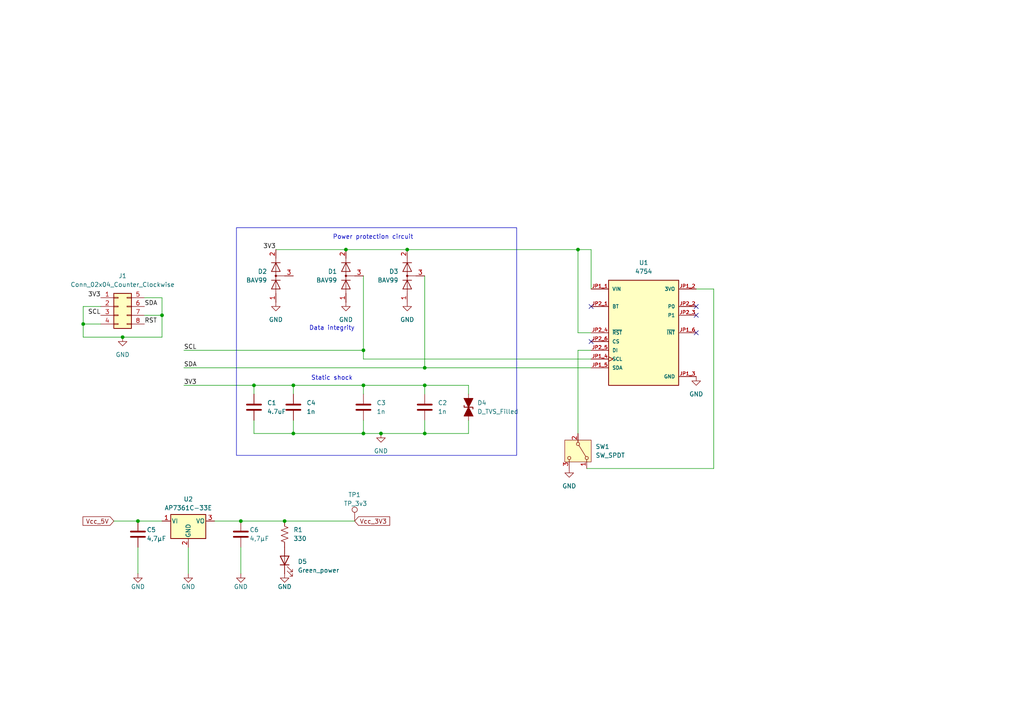
<source format=kicad_sch>
(kicad_sch (version 20231120) (generator "eeschema") (generator_version "8.0")
  (paper "A4")
  (lib_symbols
    (symbol "4754:4754" (pin_names (offset 1.016))
      (property "Reference" "U" (at -10.16 16.002 0))
      (property "Value" "4754" (at -10.16 -17.78 0))
      (symbol "4754_0_0"
        (rectangle (start -10.16 -15.24) (end 10.16 15.24) (stroke (width 0.254)) (fill (type background)))
        (pin input line (at -15.24 12.7 0) (length 5.08) (name "VIN") (number "JP1_1"))
        (pin output line (at 15.24 12.7 180) (length 5.08) (name "3VO") (number "JP1_2"))
        (pin power_in line (at 15.24 -12.7 180) (length 5.08) (name "GND") (number "JP1_3"))
        (pin bidirectional clock (at -15.24 -7.62 0) (length 5.08) (name "SCL") (number "JP1_4"))
        (pin bidirectional line (at -15.24 -10.16 0) (length 5.08) (name "SDA") (number "JP1_5"))
        (pin output line (at 15.24 0 180) (length 5.08) (name "~{INT}") (number "JP1_6"))
        (pin input line (at -15.24 7.62 0) (length 5.08) (name "BT") (number "JP2_1"))
        (pin bidirectional line (at 15.24 7.62 180) (length 5.08) (name "P0") (number "JP2_2"))
        (pin bidirectional line (at 15.24 5.08 180) (length 5.08) (name "P1") (number "JP2_3"))
        (pin input line (at -15.24 0 0) (length 5.08) (name "~{RST}") (number "JP2_4"))
        (pin input line (at -15.24 -5.08 0) (length 5.08) (name "DI") (number "JP2_5"))
        (pin input line (at -15.24 -2.54 0) (length 5.08) (name "CS") (number "JP2_6"))
      )
    )
    (symbol "Connector:TestPoint" (pin_numbers hide) (pin_names (offset 0.762) hide)
      (property "Reference" "TP" (at 0 6.858 0))
      (property "Value" "TestPoint" (at 0 5.08 0))
      (symbol "TestPoint_0_1"
        (circle (center 0 3.302) (radius 0.762))
      )
      (symbol "TestPoint_1_1"
        (pin passive line (at 0 0 90) (length 2.54) (name "1") (number "1"))
      )
    )
    (symbol "Connector_Generic:Conn_02x04_Top_Bottom" (pin_names (offset 1.016) hide)
      (property "Reference" "J" (at 1.27 5.08 0))
      (property "Value" "Conn_02x04_Top_Bottom" (at 1.27 -7.62 0))
      (symbol "Conn_02x04_Top_Bottom_1_1"
        (rectangle (start -1.27 -4.953) (end 0 -5.207) (stroke (width 0.1524)))
        (rectangle (start -1.27 -2.413) (end 0 -2.667) (stroke (width 0.1524)))
        (rectangle (start -1.27 0.127) (end 0 -0.127) (stroke (width 0.1524)))
        (rectangle (start -1.27 2.667) (end 0 2.413) (stroke (width 0.1524)))
        (rectangle (start -1.27 3.81) (end 3.81 -6.35) (stroke (width 0.254)) (fill (type background)))
        (rectangle (start 3.81 -4.953) (end 2.54 -5.207) (stroke (width 0.1524)))
        (rectangle (start 3.81 -2.413) (end 2.54 -2.667) (stroke (width 0.1524)))
        (rectangle (start 3.81 0.127) (end 2.54 -0.127) (stroke (width 0.1524)))
        (rectangle (start 3.81 2.667) (end 2.54 2.413) (stroke (width 0.1524)))
        (pin passive line (at -5.08 2.54 0) (length 3.81) (name "Pin_1") (number "1"))
        (pin passive line (at -5.08 0 0) (length 3.81) (name "Pin_2") (number "2"))
        (pin passive line (at -5.08 -2.54 0) (length 3.81) (name "Pin_3") (number "3"))
        (pin passive line (at -5.08 -5.08 0) (length 3.81) (name "Pin_4") (number "4"))
        (pin passive line (at 7.62 2.54 180) (length 3.81) (name "Pin_5") (number "5"))
        (pin passive line (at 7.62 0 180) (length 3.81) (name "Pin_6") (number "6"))
        (pin passive line (at 7.62 -2.54 180) (length 3.81) (name "Pin_7") (number "7"))
        (pin passive line (at 7.62 -5.08 180) (length 3.81) (name "Pin_8") (number "8"))
      )
    )
    (symbol "Device:C" (pin_numbers hide) (pin_names (offset 0.254))
      (property "Reference" "C" (at 0.635 2.54 0))
      (property "Value" "C" (at 0.635 -2.54 0))
      (symbol "C_0_1"
        (polyline (pts (xy -2.032 -0.762) (xy 2.032 -0.762)) (stroke (width 0.508)))
        (polyline (pts (xy -2.032 0.762) (xy 2.032 0.762)) (stroke (width 0.508)))
      )
      (symbol "C_1_1"
        (pin passive line (at 0 3.81 270) (length 2.794) (name "~") (number "1"))
        (pin passive line (at 0 -3.81 90) (length 2.794) (name "~") (number "2"))
      )
    )
    (symbol "Device:D_TVS_Filled" (pin_numbers hide) (pin_names (offset 1.016) hide)
      (property "Reference" "D" (at 0 2.54 0))
      (property "Value" "D_TVS_Filled" (at 0 -2.54 0))
      (symbol "D_TVS_Filled_0_1"
        (polyline (pts (xy 1.27 0) (xy -1.27 0)))
        (polyline (pts (xy -2.54 -1.27) (xy 0 0) (xy -2.54 1.27) (xy -2.54 -1.27)) (stroke (width 0.254)) (fill (type outline)))
        (polyline (pts (xy 0.508 1.27) (xy 0 1.27) (xy 0 -1.27) (xy -0.508 -1.27)) (stroke (width 0.254)))
        (polyline (pts (xy 2.54 1.27) (xy 2.54 -1.27) (xy 0 0) (xy 2.54 1.27)) (stroke (width 0.254)) (fill (type outline)))
      )
      (symbol "D_TVS_Filled_1_1"
        (pin passive line (at -3.81 0 0) (length 2.54) (name "A1") (number "1"))
        (pin passive line (at 3.81 0 180) (length 2.54) (name "A2") (number "2"))
      )
    )
    (symbol "Device:LED" (pin_numbers hide) (pin_names (offset 1.016) hide)
      (property "Reference" "D" (at 0 2.54 0))
      (property "Value" "LED" (at 0 -2.54 0))
      (symbol "LED_0_1"
        (polyline (pts (xy -1.27 -1.27) (xy -1.27 1.27)) (stroke (width 0.254)))
        (polyline (pts (xy -1.27 0) (xy 1.27 0)))
        (polyline (pts (xy 1.27 -1.27) (xy 1.27 1.27) (xy -1.27 0) (xy 1.27 -1.27)) (stroke (width 0.254)))
        (polyline (pts (xy -3.048 -0.762) (xy -4.572 -2.286) (xy -3.81 -2.286) (xy -4.572 -2.286) (xy -4.572 -1.524)))
        (polyline (pts (xy -1.778 -0.762) (xy -3.302 -2.286) (xy -2.54 -2.286) (xy -3.302 -2.286) (xy -3.302 -1.524)))
      )
      (symbol "LED_1_1"
        (pin passive line (at -3.81 0 0) (length 2.54) (name "K") (number "1"))
        (pin passive line (at 3.81 0 180) (length 2.54) (name "A") (number "2"))
      )
    )
    (symbol "Device:R_US" (pin_numbers hide) (pin_names (offset 0))
      (property "Reference" "R" (at 2.54 0 90))
      (property "Value" "R_US" (at -2.54 0 90))
      (symbol "R_US_0_1"
        (polyline (pts (xy 0 -2.286) (xy 0 -2.54)))
        (polyline (pts (xy 0 2.286) (xy 0 2.54)))
        (polyline (pts (xy 0 -0.762) (xy 1.016 -1.143) (xy 0 -1.524) (xy -1.016 -1.905) (xy 0 -2.286)))
        (polyline (pts (xy 0 0.762) (xy 1.016 0.381) (xy 0 0) (xy -1.016 -0.381) (xy 0 -0.762)))
        (polyline (pts (xy 0 2.286) (xy 1.016 1.905) (xy 0 1.524) (xy -1.016 1.143) (xy 0 0.762)))
      )
      (symbol "R_US_1_1"
        (pin passive line (at 0 3.81 270) (length 1.27) (name "~") (number "1"))
        (pin passive line (at 0 -3.81 90) (length 1.27) (name "~") (number "2"))
      )
    )
    (symbol "Diode:BAV99" (pin_names hide)
      (property "Reference" "D" (at 0 5.08 0))
      (property "Value" "BAV99" (at 0 2.54 0))
      (symbol "BAV99_0_1"
        (polyline (pts (xy -5.08 0) (xy 5.08 0)))
      )
      (symbol "BAV99_1_1"
        (polyline (pts (xy 0 0) (xy 0 -2.54)))
        (polyline (pts (xy -1.27 -1.27) (xy -1.27 1.27) (xy -1.27 1.27)) (stroke (width 0.2032)))
        (polyline (pts (xy 3.81 1.27) (xy 3.81 -1.27) (xy 3.81 -1.27)) (stroke (width 0.2032)))
        (polyline (pts (xy -3.81 1.27) (xy -1.27 0) (xy -3.81 -1.27) (xy -3.81 1.27) (xy -3.81 1.27) (xy -3.81 1.27)) (stroke (width 0.2032)))
        (polyline (pts (xy 1.27 1.27) (xy 3.81 0) (xy 1.27 -1.27) (xy 1.27 1.27) (xy 1.27 1.27) (xy 1.27 1.27)) (stroke (width 0.2032)))
        (circle (center 0 0) (radius 0.254) (fill (type outline)))
        (pin passive line (at -7.62 0 0) (length 2.54) (name "K") (number "1"))
        (pin passive line (at 7.62 0 180) (length 2.54) (name "A") (number "2"))
        (pin passive line (at 0 -5.08 90) (length 2.54) (name "K") (number "3"))
      )
    )
    (symbol "Regulator_Linear:AP7361C-33E" (pin_names (offset 0.254))
      (property "Reference" "U" (at -3.81 3.175 0))
      (property "Value" "AP7361C-33E" (at 0 3.175 0))
      (symbol "AP7361C-33E_0_1"
        (rectangle (start -5.08 -5.08) (end 5.08 1.905) (stroke (width 0.254)) (fill (type background)))
      )
      (symbol "AP7361C-33E_1_1"
        (pin power_in line (at -7.62 0 0) (length 2.54) (name "VI") (number "1"))
        (pin power_in line (at 0 -7.62 90) (length 2.54) (name "GND") (number "2"))
        (pin power_out line (at 7.62 0 180) (length 2.54) (name "VO") (number "3"))
      )
    )
    (symbol "Switch:SW_SPDT" (pin_names (offset 0) hide)
      (property "Reference" "SW" (at 0 5.08 0))
      (property "Value" "SW_SPDT" (at 0 -5.08 0))
      (symbol "SW_SPDT_0_1"
        (circle (center -2.032 0) (radius 0.4572))
        (polyline (pts (xy -1.651 0.254) (xy 1.651 2.286)))
        (circle (center 2.032 -2.54) (radius 0.4572))
        (circle (center 2.032 2.54) (radius 0.4572))
      )
      (symbol "SW_SPDT_1_1"
        (rectangle (start -3.175 3.81) (end 3.175 -3.81) (fill (type background)))
        (pin passive line (at 5.08 2.54 180) (length 2.54) (name "A") (number "1"))
        (pin passive line (at -5.08 0 0) (length 2.54) (name "B") (number "2"))
        (pin passive line (at 5.08 -2.54 180) (length 2.54) (name "C") (number "3"))
      )
    )
    (symbol "power:GND" (power) (pin_numbers hide) (pin_names (offset 0) hide)
      (property "Value" "GND" (at 0 -3.81 0))
      (symbol "GND_0_1"
        (polyline (pts (xy 0 0) (xy 0 -1.27) (xy 1.27 -1.27) (xy 0 -2.54) (xy -1.27 -1.27) (xy 0 -1.27)))
      )
      (symbol "GND_1_1"
        (pin power_in line (at 0 0 270) (length 0) (name "~") (number "1"))
      )
    )
  )
  (junction (at 40.005 151.13))
  (junction (at 123.19 106.68))
  (junction (at 85.09 125.73))
  (junction (at 100.33 72.39))
  (junction (at 73.66 111.76))
  (junction (at 35.56 97.79))
  (junction (at 118.11 72.39))
  (junction (at 85.09 111.76))
  (junction (at 167.64 72.39))
  (junction (at 105.41 125.73))
  (junction (at 110.49 125.73))
  (junction (at 24.13 93.98))
  (junction (at 46.99 91.44))
  (junction (at 82.55 151.13))
  (junction (at 105.41 101.6))
  (junction (at 123.19 111.76))
  (junction (at 105.41 111.76))
  (junction (at 123.19 125.73))
  (junction (at 69.85 151.13))
  (no_connect (at 201.93 96.52))
  (no_connect (at 201.93 91.44))
  (no_connect (at 171.45 88.9))
  (no_connect (at 201.93 88.9))
  (no_connect (at 171.45 99.06))
  (wire (pts (xy 80.01 72.39) (xy 100.33 72.39)))
  (wire (pts (xy 46.99 91.44) (xy 41.91 91.44)))
  (wire (pts (xy 100.33 72.39) (xy 118.11 72.39)))
  (wire (pts (xy 207.01 135.89) (xy 170.18 135.89)))
  (wire (pts (xy 207.01 83.82) (xy 207.01 135.89)))
  (wire (pts (xy 123.19 106.68) (xy 171.45 106.68)))
  (wire (pts (xy 85.09 111.76) (xy 105.41 111.76)))
  (wire (pts (xy 105.41 125.73) (xy 105.41 121.92)))
  (wire (pts (xy 167.64 72.39) (xy 171.45 72.39)))
  (wire (pts (xy 171.45 72.39) (xy 171.45 83.82)))
  (wire (pts (xy 24.13 93.98) (xy 24.13 97.79)))
  (wire (pts (xy 123.19 111.76) (xy 123.19 114.3)))
  (wire (pts (xy 123.19 125.73) (xy 135.89 125.73)))
  (wire (pts (xy 29.21 88.9) (xy 24.13 88.9)))
  (wire (pts (xy 123.19 106.68) (xy 123.19 80.01)))
  (wire (pts (xy 167.64 72.39) (xy 167.64 96.52)))
  (wire (pts (xy 167.64 101.6) (xy 171.45 101.6)))
  (wire (pts (xy 167.64 101.6) (xy 167.64 125.73)))
  (wire (pts (xy 135.89 114.3) (xy 135.89 111.76)))
  (wire (pts (xy 105.41 101.6) (xy 105.41 104.14)))
  (wire (pts (xy 54.61 158.75) (xy 54.61 166.37)))
  (wire (pts (xy 73.66 111.76) (xy 85.09 111.76)))
  (wire (pts (xy 46.99 91.44) (xy 46.99 86.36)))
  (wire (pts (xy 82.55 151.13) (xy 102.87 151.13)))
  (wire (pts (xy 40.005 158.75) (xy 40.005 166.37)))
  (wire (pts (xy 73.66 125.73) (xy 85.09 125.73)))
  (wire (pts (xy 62.23 151.13) (xy 69.85 151.13)))
  (wire (pts (xy 135.89 125.73) (xy 135.89 121.92)))
  (wire (pts (xy 24.13 88.9) (xy 24.13 93.98)))
  (wire (pts (xy 123.19 111.76) (xy 135.89 111.76)))
  (wire (pts (xy 85.09 111.76) (xy 85.09 114.3)))
  (wire (pts (xy 85.09 125.73) (xy 85.09 121.92)))
  (wire (pts (xy 73.66 125.73) (xy 73.66 121.92)))
  (wire (pts (xy 33.02 151.13) (xy 40.005 151.13)))
  (wire (pts (xy 105.41 101.6) (xy 105.41 80.01)))
  (wire (pts (xy 35.56 97.79) (xy 46.99 97.79)))
  (wire (pts (xy 24.13 97.79) (xy 35.56 97.79)))
  (wire (pts (xy 53.34 106.68) (xy 123.19 106.68)))
  (wire (pts (xy 53.34 101.6) (xy 105.41 101.6)))
  (wire (pts (xy 69.85 151.13) (xy 82.55 151.13)))
  (wire (pts (xy 46.99 97.79) (xy 46.99 91.44)))
  (wire (pts (xy 110.49 125.73) (xy 123.19 125.73)))
  (wire (pts (xy 46.99 86.36) (xy 41.91 86.36)))
  (wire (pts (xy 105.41 125.73) (xy 110.49 125.73)))
  (wire (pts (xy 105.41 111.76) (xy 105.41 114.3)))
  (wire (pts (xy 118.11 72.39) (xy 167.64 72.39)))
  (wire (pts (xy 40.005 151.13) (xy 46.99 151.13)))
  (wire (pts (xy 24.13 93.98) (xy 29.21 93.98)))
  (wire (pts (xy 85.09 125.73) (xy 105.41 125.73)))
  (wire (pts (xy 69.85 158.75) (xy 69.85 166.37)))
  (wire (pts (xy 73.66 114.3) (xy 73.66 111.76)))
  (wire (pts (xy 53.34 111.76) (xy 73.66 111.76)))
  (wire (pts (xy 105.41 104.14) (xy 171.45 104.14)))
  (wire (pts (xy 123.19 125.73) (xy 123.19 121.92)))
  (wire (pts (xy 105.41 111.76) (xy 123.19 111.76)))
  (wire (pts (xy 201.93 83.82) (xy 207.01 83.82)))
  (wire (pts (xy 167.64 96.52) (xy 171.45 96.52)))
  (rectangle (start 68.58 66.04) (end 149.86 132.08))
  (text "Power protection circuit" (at 108.204 68.834 0) (effects (font (size 1.27 1.27))))
  (text "Data integrity" (at 96.266 95.25 0) (effects (font (size 1.27 1.27))))
  (text "Static shock" (at 96.266 109.728 0) (effects (font (size 1.27 1.27))))
  (label "SDA" (at 41.91 88.9 0))
  (label "3V3" (at 53.34 111.76 0))
  (label "3V3" (at 80.01 72.39 180))
  (label "SCL" (at 53.34 101.6 0))
  (label "3V3" (at 29.21 86.36 180))
  (label "SCL" (at 29.21 91.44 180))
  (label "RST" (at 41.91 93.98 0))
  (label "SDA" (at 53.34 106.68 0))
  (global_label "Vcc_5V" (shape input) (at 33.02 151.13 180) (property "Intersheetrefs" "${INTERSHEET_REFS}" (effects (hide yes))))
  (global_label "Vcc_3V3" (shape input) (at 102.87 151.13 0) (property "Intersheetrefs" "${INTERSHEET_REFS}" (effects (hide yes))))
  (symbol (lib_id "power:GND") (at 80.01 87.63 0) (unit 1)
    (property "Reference" "#PWR02" (effects (hide yes)))
    (property "Value" "GND" (at 80.01 92.71 0))
    (property "Description" "Power symbol creates a global label with name \"GND\" , ground" (effects (hide yes)))
  )
  (symbol (lib_id "Connector_Generic:Conn_02x04_Top_Bottom") (at 34.29 88.9 0) (unit 1)
    (property "Reference" "J1" (at 35.56 80.01 0))
    (property "Value" "Conn_02x04_Counter_Clockwise" (at 35.56 82.55 0))
    (property "Footprint" "Molex:Molex_Nano-Fit_105314-xx08_2x04_P2.50mm_Horizontal" (effects (hide yes)))
    (property "Description" "Generic connector, double row, 02x04, top/bottom pin numbering scheme (row 1: 1...pins_per_row, row2: pins_per_row+1 ... num_pins), script generated (kicad-library-utils/schlib/autogen/connector/)" (effects (hide yes)))
  )
  (symbol (lib_id "Diode:BAV99") (at 80.01 80.01 90) (unit 1)
    (property "Reference" "D2" (at 77.47 78.7399 90) (effects (justify left)))
    (property "Value" "BAV99" (at 77.47 81.2799 90) (effects (justify left)))
    (property "Footprint" "Package_TO_SOT_SMD:SOT-23" (effects (hide yes)))
    (property "Datasheet" "https://assets.nexperia.com/documents/data-sheet/BAV99_SER.pdf" (effects (hide yes)))
    (property "Description" "BAV99 High-speed switching diodes, SOT-23" (effects (hide yes)))
  )
  (symbol (lib_id "Device:C") (at 105.41 118.11 0) (unit 1)
    (property "Reference" "C3" (at 109.22 116.8399 0) (effects (justify left)))
    (property "Value" "1n" (at 109.22 119.3799 0) (effects (justify left)))
    (property "Footprint" "Capacitor_SMD:C_1812_4532Metric_Pad1.57x3.40mm_HandSolder" (effects (hide yes)))
    (property "Description" "Unpolarized capacitor" (effects (hide yes)))
  )
  (symbol (lib_id "Diode:BAV99") (at 118.11 80.01 90) (unit 1)
    (property "Reference" "D3" (at 115.57 78.7399 90) (effects (justify left)))
    (property "Value" "BAV99" (at 115.57 81.2799 90) (effects (justify left)))
    (property "Footprint" "Package_TO_SOT_SMD:SOT-23" (effects (hide yes)))
    (property "Datasheet" "https://assets.nexperia.com/documents/data-sheet/BAV99_SER.pdf" (effects (hide yes)))
    (property "Description" "BAV99 High-speed switching diodes, SOT-23" (effects (hide yes)))
  )
  (symbol (lib_id "Device:C") (at 40.005 154.94 180) (unit 1)
    (property "Reference" "C5" (at 42.545 153.67 0) (effects (justify right)))
    (property "Value" "4,7µF" (at 42.545 156.21 0) (effects (justify right)))
    (property "Footprint" "Capacitor_SMD:C_0805_2012Metric_Pad1.18x1.45mm_HandSolder" (effects (hide yes)))
  )
  (symbol (lib_id "power:GND") (at 69.85 166.37 0) (unit 1)
    (property "Reference" "#PWR010" (effects (hide yes)))
    (property "Value" "GND" (at 69.85 170.18 0))
  )
  (symbol (lib_id "Device:R_US") (at 82.55 154.94 0) (unit 1)
    (property "Reference" "R1" (at 85.09 153.6699 0) (effects (justify left)))
    (property "Value" "330" (at 85.09 156.2099 0) (effects (justify left)))
    (property "Footprint" "Resistor_SMD:R_0805_2012Metric_Pad1.20x1.40mm_HandSolder" (effects (hide yes)))
    (property "Description" "Resistor, US symbol" (effects (hide yes)))
  )
  (symbol (lib_id "Device:C") (at 69.85 154.94 180) (unit 1)
    (property "Reference" "C6" (at 72.39 153.67 0) (effects (justify right)))
    (property "Value" "4,7µF" (at 72.39 156.21 0) (effects (justify right)))
    (property "Footprint" "Capacitor_SMD:C_0805_2012Metric_Pad1.18x1.45mm_HandSolder" (effects (hide yes)))
  )
  (symbol (lib_id "Device:C") (at 73.66 118.11 0) (unit 1)
    (property "Reference" "C1" (at 77.47 116.8399 0) (effects (justify left)))
    (property "Value" "4.7uF" (at 77.47 119.3799 0) (effects (justify left)))
    (property "Footprint" "Capacitor_SMD:C_1812_4532Metric_Pad1.57x3.40mm_HandSolder" (effects (hide yes)))
    (property "Description" "Unpolarized capacitor" (effects (hide yes)))
  )
  (symbol (lib_id "Diode:BAV99") (at 100.33 80.01 90) (unit 1)
    (property "Reference" "D1" (at 97.79 78.7399 90) (effects (justify left)))
    (property "Value" "BAV99" (at 97.79 81.2799 90) (effects (justify left)))
    (property "Footprint" "Package_TO_SOT_SMD:SOT-23" (effects (hide yes)))
    (property "Datasheet" "https://assets.nexperia.com/documents/data-sheet/BAV99_SER.pdf" (effects (hide yes)))
    (property "Description" "BAV99 High-speed switching diodes, SOT-23" (effects (hide yes)))
  )
  (symbol (lib_id "4754:4754") (at 186.69 96.52 0) (unit 1)
    (property "Reference" "U1" (at 186.69 76.2 0))
    (property "Value" "4754" (at 186.69 78.74 0))
    (property "Footprint" "Biogenius:MODULE_4754" (effects (hide yes)))
    (property "MF" "Adafruit" (effects (hide yes)))
    (property "MAXIMUM_PACKAGE_HEIGHT" "4.6mm" (effects (hide yes)))
    (property "Package" "None" (effects (hide yes)))
    (property "Price" "None" (effects (hide yes)))
    (property "Check_prices" "https://www.snapeda.com/parts/4754/Adafruit+Industries/view-part/?ref=eda" (effects (hide yes)))
    (property "STANDARD" "Manufacturer Recommendations" (effects (hide yes)))
    (property "PARTREV" "2021-03-16" (effects (hide yes)))
    (property "SnapEDA_Link" "https://www.snapeda.com/parts/4754/Adafruit+Industries/view-part/?ref=snap" (effects (hide yes)))
    (property "MP" "4754" (effects (hide yes)))
    (property "Description_1" "\nAdafruit 9-DOF Orientation IMU Fusion Breakout - BNO085 (BNO080) - STEMMA QT / Qwiic\n" (effects (hide yes)))
    (property "MANUFACTURER" "Adafruit" (effects (hide yes)))
    (property "Availability" "In Stock" (effects (hide yes)))
    (property "SNAPEDA_PN" "4754" (effects (hide yes)))
  )
  (symbol (lib_id "power:GND") (at 201.93 109.22 0) (unit 1)
    (property "Reference" "#PWR05" (effects (hide yes)))
    (property "Value" "GND" (at 201.93 114.3 0))
    (property "Description" "Power symbol creates a global label with name \"GND\" , ground" (effects (hide yes)))
  )
  (symbol (lib_id "Device:D_TVS_Filled") (at 135.89 118.11 90) (unit 1)
    (property "Reference" "D4" (at 138.43 116.8399 90) (effects (justify right)))
    (property "Value" "D_TVS_Filled" (at 138.43 119.3799 90) (effects (justify right)))
    (property "Description" "Bidirectional transient-voltage-suppression diode, filled shape" (effects (hide yes)))
  )
  (symbol (lib_id "power:GND") (at 100.33 87.63 0) (unit 1)
    (property "Reference" "#PWR03" (effects (hide yes)))
    (property "Value" "GND" (at 100.33 92.71 0))
    (property "Description" "Power symbol creates a global label with name \"GND\" , ground" (effects (hide yes)))
  )
  (symbol (lib_id "power:GND") (at 40.005 166.37 0) (unit 1)
    (property "Reference" "#PWR08" (effects (hide yes)))
    (property "Value" "GND" (at 40.005 170.18 0))
  )
  (symbol (lib_id "Device:C") (at 85.09 118.11 0) (unit 1)
    (property "Reference" "C4" (at 88.9 116.8399 0) (effects (justify left)))
    (property "Value" "1n" (at 88.9 119.3799 0) (effects (justify left)))
    (property "Footprint" "Capacitor_SMD:C_1812_4532Metric_Pad1.57x3.40mm_HandSolder" (effects (hide yes)))
    (property "Description" "Unpolarized capacitor" (effects (hide yes)))
  )
  (symbol (lib_id "power:GND") (at 54.61 166.37 0) (unit 1)
    (property "Reference" "#PWR09" (effects (hide yes)))
    (property "Value" "GND" (at 54.61 170.18 0))
  )
  (symbol (lib_id "Switch:SW_SPDT") (at 167.64 130.81 270) (unit 1)
    (property "Reference" "SW1" (at 172.72 129.5399 90) (effects (justify left)))
    (property "Value" "SW_SPDT" (at 172.72 132.0799 90) (effects (justify left)))
    (property "Footprint" "Button_Switch_SMD:SW_SPDT_CK_JS102011SAQN" (effects (hide yes)))
    (property "Description" "Switch, single pole double throw" (effects (hide yes)))
  )
  (symbol (lib_id "Device:LED") (at 82.55 162.56 90) (unit 1)
    (property "Reference" "D5" (at 86.36 162.8774 90) (effects (justify right)))
    (property "Value" "Green_power" (at 86.36 165.4174 90) (effects (justify right)))
    (property "Footprint" "Diode_SMD:D_0805_2012Metric" (effects (hide yes)))
    (property "Description" "Light emitting diode" (effects (hide yes)))
  )
  (symbol (lib_id "power:GND") (at 82.55 166.37 0) (unit 1)
    (property "Reference" "#PWR011" (effects (hide yes)))
    (property "Value" "GND" (at 82.55 170.18 0))
  )
  (symbol (lib_id "power:GND") (at 110.49 125.73 0) (unit 1)
    (property "Reference" "#PWR01" (effects (hide yes)))
    (property "Value" "GND" (at 110.49 130.81 0))
    (property "Description" "Power symbol creates a global label with name \"GND\" , ground" (effects (hide yes)))
  )
  (symbol (lib_id "Device:C") (at 123.19 118.11 0) (unit 1)
    (property "Reference" "C2" (at 127 116.8399 0) (effects (justify left)))
    (property "Value" "1n" (at 127 119.3799 0) (effects (justify left)))
    (property "Footprint" "Capacitor_SMD:C_1812_4532Metric_Pad1.57x3.40mm_HandSolder" (effects (hide yes)))
    (property "Description" "Unpolarized capacitor" (effects (hide yes)))
  )
  (symbol (lib_id "power:GND") (at 118.11 87.63 0) (unit 1)
    (property "Reference" "#PWR04" (effects (hide yes)))
    (property "Value" "GND" (at 118.11 92.71 0))
    (property "Description" "Power symbol creates a global label with name \"GND\" , ground" (effects (hide yes)))
  )
  (symbol (lib_id "power:GND") (at 165.1 135.89 0) (unit 1)
    (property "Reference" "#PWR06" (effects (hide yes)))
    (property "Value" "GND" (at 165.1 140.97 0))
    (property "Description" "Power symbol creates a global label with name \"GND\" , ground" (effects (hide yes)))
  )
  (symbol (lib_id "Regulator_Linear:AP7361C-33E") (at 54.61 151.13 0) (unit 1)
    (property "Reference" "U2" (at 54.61 144.78 0))
    (property "Value" "AP7361C-33E" (at 54.61 147.32 0))
    (property "Footprint" "Package_TO_SOT_SMD:SOT-223-3_TabPin2" (effects (hide yes)))
    (property "Datasheet" "https://www.diodes.com/assets/Datasheets/AP7361C.pdf" (effects (hide yes)))
    (property "Description" "1A Low Dropout regulator, positive, 3.3V fixed output, SOT-223" (effects (hide yes)))
  )
  (symbol (lib_id "power:GND") (at 35.56 97.79 0) (unit 1)
    (property "Reference" "#PWR07" (effects (hide yes)))
    (property "Value" "GND" (at 35.56 102.87 0))
    (property "Description" "Power symbol creates a global label with name \"GND\" , ground" (effects (hide yes)))
  )
  (symbol (lib_id "Connector:TestPoint") (at 102.87 151.13 0) (unit 1)
    (property "Reference" "TP1" (at 100.965 143.51 0) (effects (justify left)))
    (property "Value" "TP_3v3" (at 99.695 146.05 0) (effects (justify left)))
    (property "Footprint" "TestPoint:TestPoint_Pad_D1.0mm" (effects (hide yes)))
    (property "Description" "test point" (effects (hide yes)))
  )
)
</source>
